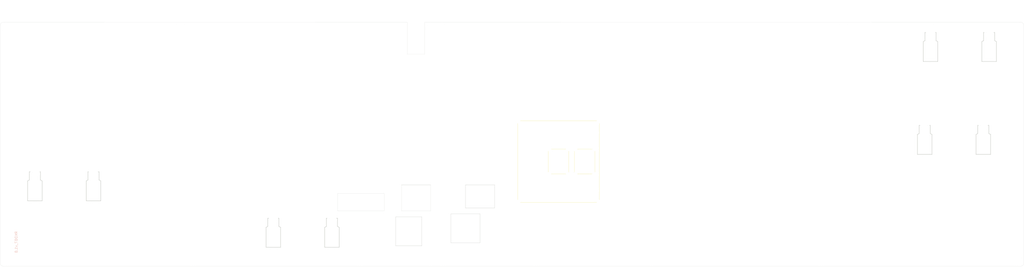
<source format=kicad_pcb>
(kicad_pcb (version 20241229) (generator "pcbnew") (generator_version "9.0")
  (layers (0 "F.Cu" signal) (2 "B.Cu" signal) (13 "F.Paste" user) (15 "B.Paste" user) (5 "F.SilkS" user "F.Silkscreen") (7 "B.SilkS" user "B.Silkscreen") (1 "F.Mask" user) (3 "B.Mask" user) (25 "Edge.Cuts" user))
  (net 0 "")
  (footprint "kbd_Hole:m2_Screw_Hole" (layer "F.Cu") (at 266.7 190.5)
    (property "Reference" "Ref**")
    (property "Value" "Val**")
    (pad "" np_thru_hole circle (at 0 0) (size 2.2 2.2) (drill 2.2) (layers "*.Cu" "*.Mask"))
  )
  (footprint "Rikkodo_FootPrint:rkd_SekiBall_ScrewHall" (layer "F.Cu") (at 239.315826 150.018876)
    (property "Reference" "REF**" (hide yes))
    (property "Value" "rkd_SekiBall_ScrewHall")
    (fp_line (start -4.2 -5.1) (end 4.2 -5.1) (stroke (width 0.1)) (layer "F.SilkS"))
    (fp_line (start -4.2 5.1) (end -4.2 -5.1) (stroke (width 0.1)) (layer "F.SilkS"))
    (fp_line (start -4.2 5.1) (end 4.2 5.1) (stroke (width 0.1)) (layer "F.SilkS"))
    (fp_line (start 4.2 -5.1) (end 4.2 5.1) (stroke (width 0.1)) (layer "F.SilkS"))
    (pad "" np_thru_hole oval (at -4.2 -5.1) (size 2.4 1.6) (drill oval 2.4 1.6) (layers "*.Cu" "*.Mask"))
    (pad "" np_thru_hole oval (at -4.2 5.1) (size 2.4 1.6) (drill oval 2.4 1.6) (layers "*.Cu" "*.Mask"))
    (pad "" np_thru_hole oval (at 4.2 -5.1) (size 2.4 1.6) (drill oval 2.4 1.6) (layers "*.Cu" "*.Mask"))
    (pad "" np_thru_hole oval (at 4.2 5.1) (size 2.4 1.6) (drill oval 2.4 1.6) (layers "*.Cu" "*.Mask"))
  )
  (footprint "kbd_Hole:m2_Screw_Hole" (layer "F.Cu") (at 180.975 173.83125)
    (property "Reference" "Ref**")
    (property "Value" "Val**")
    (pad "" np_thru_hole circle (at 0 0) (size 2.2 2.2) (drill 2.2) (layers "*.Cu" "*.Mask"))
  )
  (footprint "kbd_Hole:m2_Screw_Hole" (layer "F.Cu") (at 202.40642 154.78138)
    (property "Reference" "Ref**")
    (property "Value" "Val**")
    (pad "" np_thru_hole circle (at 0 0) (size 2.2 2.2) (drill 2.2) (layers "*.Cu" "*.Mask"))
  )
  (footprint "kbd_Hole:m2_Screw_Hole" (layer "F.Cu") (at 73.81875 95.25)
    (property "Reference" "Ref**")
    (property "Value" "Val**")
    (pad "" np_thru_hole circle (at 0 0) (size 2.2 2.2) (drill 2.2) (layers "*.Cu" "*.Mask"))
  )
  (footprint "kbd_Hole:m2_Screw_Hole" (layer "F.Cu") (at 176.2125 190.5)
    (property "Reference" "Ref**")
    (property "Value" "Val**")
    (pad "" np_thru_hole circle (at 0 0) (size 2.2 2.2) (drill 2.2) (layers "*.Cu" "*.Mask"))
  )
  (footprint "kbd_Hole:m2_Screw_Hole" (layer "F.Cu") (at 214.3125 116.681348)
    (property "Reference" "Ref**")
    (property "Value" "Val**")
    (pad "" np_thru_hole circle (at 0 0) (size 2.2 2.2) (drill 2.2) (layers "*.Cu" "*.Mask"))
  )
  (footprint "kbd_Hole:m2_Screw_Hole" (layer "F.Cu") (at 180.975 111.91875)
    (property "Reference" "Ref**")
    (property "Value" "Val**")
    (pad "" np_thru_hole circle (at 0 0) (size 2.2 2.2) (drill 2.2) (layers "*.Cu" "*.Mask"))
  )
  (footprint "kbd_Hole:m2_Screw_Hole" (layer "F.Cu") (at 180.975 169.06875)
    (property "Reference" "Ref**")
    (property "Value" "Val**")
    (pad "" np_thru_hole circle (at 0 0) (size 2.2 2.2) (drill 2.2) (layers "*.Cu" "*.Mask"))
  )
  (footprint "kbd_Hole:m2_Screw_Hole" (layer "F.Cu") (at 97.63125 152.4)
    (property "Reference" "M4")
    (property "Value" "Mark")
    (pad "" np_thru_hole circle (at 0 0) (size 2.2 2.2) (drill 2.2) (layers "*.Cu" "*.Mask"))
  )
  (footprint "kbd_Parts:Stab_2u_BL" (layer "F.Cu") (at 392.90658 104.775088 180)
    (property "Reference" "SW86" (hide yes))
    (property "Value" "SW_Push" (hide yes))
    (pad "" np_thru_hole circle (at -11.938 -6.985) (size 3.048 3.048) (drill 3.048) (layers "*.Cu" "*.Mask"))
    (pad "" np_thru_hole circle (at -11.938 8.255) (size 3.9878 3.9878) (drill 3.9878) (layers "*.Cu" "*.Mask"))
    (pad "" np_thru_hole circle (at 11.938 -6.985) (size 3.048 3.048) (drill 3.048) (layers "*.Cu" "*.Mask"))
    (pad "" np_thru_hole circle (at 11.938 8.255) (size 3.9878 3.9878) (drill 3.9878) (layers "*.Cu" "*.Mask"))
  )
  (footprint "kbd_Hole:m2_Screw_Hole" (layer "F.Cu") (at 416.71875 95.25)
    (property "Reference" "Ref**")
    (property "Value" "Val**")
    (pad "" np_thru_hole circle (at 0 0) (size 2.2 2.2) (drill 2.2) (layers "*.Cu" "*.Mask"))
  )
  (footprint "kbd_Hole:m2_Screw_Hole" (layer "F.Cu") (at 54.76875 133.35)
    (property "Reference" "M3")
    (property "Value" "Mark")
    (pad "" np_thru_hole circle (at 0 0) (size 2.2 2.2) (drill 2.2) (layers "*.Cu" "*.Mask"))
  )
  (footprint "kbd_Hole:m2_Screw_Hole" (layer "F.Cu") (at 219.075 190.5)
    (property "Reference" "Ref**")
    (property "Value" "Val**")
    (pad "" np_thru_hole circle (at 0 0) (size 2.2 2.2) (drill 2.2) (layers "*.Cu" "*.Mask"))
  )
  (footprint "kbd_Hole:m2_Screw_Hole" (layer "F.Cu") (at 2.38125 190.5)
    (property "Reference" "Ref**")
    (property "Value" "Val**")
    (pad "" np_thru_hole circle (at 0 0) (size 2.2 2.2) (drill 2.2) (layers "*.Cu" "*.Mask"))
  )
  (footprint "kbd_Hole:m2_Screw_Hole" (layer "F.Cu") (at 180.975 190.5)
    (property "Reference" "Ref**")
    (property "Value" "Val**")
    (pad "" np_thru_hole circle (at 0 0) (size 2.2 2.2) (drill 2.2) (layers "*.Cu" "*.Mask"))
  )
  (footprint "kbd_Hole:m2_Screw_Hole" (layer "F.Cu") (at 242.8875 116.68125)
    (property "Reference" "Ref**")
    (property "Value" "Val**")
    (pad "" np_thru_hole circle (at 0 0) (size 2.2 2.2) (drill 2.2) (layers "*.Cu" "*.Mask"))
  )
  (footprint "kbd_Hole:m2_Screw_Hole" (layer "F.Cu") (at 202.40625 130.96875)
    (property "Reference" "Ref**")
    (property "Value" "Val**")
    (pad "" np_thru_hole circle (at 0 0) (size 2.2 2.2) (drill 2.2) (layers "*.Cu" "*.Mask"))
  )
  (footprint "Rikkodo_FootPrint:rkd_Point_Screw_Hall" (layer "F.Cu") (at 239.315658 150.018748)
    (property "Reference" "M2" (hide yes))
    (property "Value" "Mark" (hide yes))
    (pad "" np_thru_hole circle (at -7.25 -12) (size 2.2 2.2) (drill 2.2) (layers "*.Cu" "*.Mask"))
    (pad "" np_thru_hole circle (at -7.25 12) (size 2.2 2.2) (drill 2.2) (layers "*.Cu" "*.Mask"))
    (pad "" np_thru_hole circle (at 7.25 -12) (size 2.2 2.2) (drill 2.2) (layers "*.Cu" "*.Mask"))
    (pad "" np_thru_hole circle (at 7.25 12) (size 2.2 2.2) (drill 2.2) (layers "*.Cu" "*.Mask"))
  )
  (footprint "" (layer "F.Cu") (at 410.76597 178.5939)
    (property "Reference" "" (at 0 0 0) (layer "F.SilkS") (effects (font (size 1.27 1.27))))
    (property "Value" "")
    (pad "" np_thru_hole circle (at 0 0) (size 8 8) (drill 8) (layers "*.Cu" "*.Mask"))
  )
  (footprint "kbd_Hole:m2_Screw_Hole" (layer "F.Cu") (at 78.58125 190.5)
    (property "Reference" "Ref**")
    (property "Value" "Val**")
    (pad "" np_thru_hole circle (at 0 0) (size 2.2 2.2) (drill 2.2) (layers "*.Cu" "*.Mask"))
  )
  (footprint "kbd_Hole:m2_Screw_Hole" (layer "F.Cu") (at 311.94375 152.4)
    (property "Reference" "M5")
    (property "Value" "Mark")
    (pad "" np_thru_hole circle (at 0 0) (size 2.2 2.2) (drill 2.2) (layers "*.Cu" "*.Mask"))
  )
  (footprint "kbd_Hole:m2_Screw_Hole" (layer "F.Cu") (at 250.03125 95.25)
    (property "Reference" "Ref**")
    (property "Value" "Val**")
    (pad "" np_thru_hole circle (at 0 0) (size 2.2 2.2) (drill 2.2) (layers "*.Cu" "*.Mask"))
  )
  (footprint "Rikkodo_FootPrint:rkd_picot5400_BTM" (layer "F.Cu") (at 228.600192 150.018876)
    (property "Reference" "Picot**" (hide yes))
    (property "Value" "rkd_picot5400_BTM" (hide yes))
    (fp_line (start -16.75 -16.75) (end -16.75 16.75) (stroke (width 0.1)) (layer "F.SilkS"))
    (fp_line (start -16.75 -16.75) (end 16.75 -16.75) (stroke (width 0.1)) (layer "F.SilkS"))
    (fp_line (start -16.75 16.75) (end 16.75 16.75) (stroke (width 0.1)) (layer "F.SilkS"))
    (fp_line (start 16.75 16.75) (end 16.75 -16.75) (stroke (width 0.1)) (layer "F.SilkS"))
    (pad "" np_thru_hole circle (at -16.75 -16.75) (size 2.2 2.2) (drill 2.2) (layers "*.Cu" "*.Mask"))
    (pad "" np_thru_hole circle (at -16.75 16.75) (size 2.2 2.2) (drill 2.2) (layers "*.Cu" "*.Mask"))
    (pad "" np_thru_hole circle (at 16.75 -16.75) (size 2.2 2.2) (drill 2.2) (layers "*.Cu" "*.Mask"))
    (pad "" np_thru_hole circle (at 16.75 16.75) (size 2.2 2.2) (drill 2.2) (layers "*.Cu" "*.Mask"))
  )
  (footprint "kbd_Hole:m2_Screw_Hole" (layer "F.Cu") (at 138.1125 95.25)
    (property "Reference" "Ref**")
    (property "Value" "Val**")
    (pad "" np_thru_hole circle (at 0 0) (size 2.2 2.2) (drill 2.2) (layers "*.Cu" "*.Mask"))
  )
  (footprint "Rikkodo_FootPrint:rkd_Bot_ChocV2_2u" (layer "F.Cu") (at 123.82505 180.975)
    (property "Reference" "SW25" (hide yes))
    (property "Value" "SW_Push" (hide yes))
    (fp_line (start -14.975 -3.975) (end -14.975 4.175) (stroke (width 0.2)) (layer "Edge.Cuts"))
    (fp_line (start -14.275 -7.725) (end -9.725 -7.725) (stroke (width 0.2)) (layer "Edge.Cuts"))
    (fp_line (start -14.275 -4.375) (end -14.975 -3.975) (stroke (width 0.2)) (layer "Edge.Cuts"))
    (fp_line (start -14.275 -4.375) (end -14.275 -7.725) (stroke (width 0.2)) (layer "Edge.Cuts"))
    (fp_line (start -9.725 -4.375) (end -9.725 -7.725) (stroke (width 0.2)) (layer "Edge.Cuts"))
    (fp_line (start -9.725 -4.375) (end -9.025 -3.975) (stroke (width 0.2)) (layer "Edge.Cuts"))
    (fp_line (start -9.025 -3.975) (end -9.025 4.175) (stroke (width 0.2)) (layer "Edge.Cuts"))
    (fp_line (start -9.025 4.175) (end -14.975 4.175) (stroke (width 0.2)) (layer "Edge.Cuts"))
    (fp_line (start 9.025 -3.975) (end 9.025 4.175) (stroke (width 0.2)) (layer "Edge.Cuts"))
    (fp_line (start 9.725 -7.725) (end 14.275 -7.725) (stroke (width 0.2)) (layer "Edge.Cuts"))
    (fp_line (start 9.725 -4.375) (end 9.025 -3.975) (stroke (width 0.2)) (layer "Edge.Cuts"))
    (fp_line (start 9.725 -4.375) (end 9.725 -7.725) (stroke (width 0.2)) (layer "Edge.Cuts"))
    (fp_line (start 14.275 -4.375) (end 14.275 -7.725) (stroke (width 0.2)) (layer "Edge.Cuts"))
    (fp_line (start 14.275 -4.375) (end 14.975 -3.975) (stroke (width 0.2)) (layer "Edge.Cuts"))
    (fp_line (start 14.975 -3.975) (end 14.975 4.175) (stroke (width 0.2)) (layer "Edge.Cuts"))
    (fp_line (start 14.975 4.175) (end 9.025 4.175) (stroke (width 0.2)) (layer "Edge.Cuts"))
  )
  (footprint "kbd_Hole:m2_Screw_Hole" (layer "F.Cu") (at 180.975 95.25)
    (property "Reference" "Ref**")
    (property "Value" "Val**")
    (pad "" np_thru_hole circle (at 0 0) (size 2.2 2.2) (drill 2.2) (layers "*.Cu" "*.Mask"))
  )
  (footprint "kbd_Hole:m2_Screw_Hole" (layer "F.Cu") (at 2.38125 95.25)
    (property "Reference" "Ref**")
    (property "Value" "Val**")
    (pad "" np_thru_hole circle (at 0 0) (size 2.2 2.2) (drill 2.2) (layers "*.Cu" "*.Mask"))
  )
  (footprint "Rikkodo_FootPrint:rkd_unified_wid_BTM" (layer "F.Cu") (at 209.550176 97.631332)
    (property "Reference" "UnifiedW**" (hide yes))
    (property "Value" "rkd_unified_wid_BTM" (hide yes))
    (pad "" np_thru_hole circle (at -16.5 0) (size 2.2 2.2) (drill 2.2) (layers "*.Cu" "*.Mask"))
    (pad "" np_thru_hole circle (at 16.5 0) (size 2.2 2.2) (drill 2.2) (layers "*.Cu" "*.Mask"))
  )
  (footprint "kbd_Hole:m2_Screw_Hole" (layer "F.Cu") (at 147.6375 190.5)
    (property "Reference" "Ref**")
    (property "Value" "Val**")
    (pad "" np_thru_hole circle (at 0 0) (size 2.2 2.2) (drill 2.2) (layers "*.Cu" "*.Mask"))
  )
  (footprint "kbd_Hole:m2_Screw_Hole" (layer "F.Cu") (at 335.75625 190.5)
    (property "Reference" "Ref**")
    (property "Value" "Val**")
    (pad "" np_thru_hole circle (at 0 0) (size 2.2 2.2) (drill 2.2) (layers "*.Cu" "*.Mask"))
  )
  (footprint "kbd_Hole:m2_Screw_Hole" (layer "F.Cu") (at 176.2125 95.25)
    (property "Reference" "Ref**")
    (property "Value" "Val**")
    (pad "" np_thru_hole circle (at 0 0) (size 2.2 2.2) (drill 2.2) (layers "*.Cu" "*.Mask"))
  )
  (footprint "kbd_Hole:m2_Screw_Hole" (layer "F.Cu") (at 288.13125 95.25)
    (property "Reference" "Ref**")
    (property "Value" "Val**")
    (pad "" np_thru_hole circle (at 0 0) (size 2.2 2.2) (drill 2.2) (layers "*.Cu" "*.Mask"))
  )
  (footprint "Rikkodo_FootPrint:rkd_Bot_ChocV2_2u" (layer "F.Cu") (at 26.19375 161.925)
    (property "Reference" "SW4" (hide yes))
    (property "Value" "SW_Push" (hide yes))
    (fp_line (start -14.975 -3.975) (end -14.975 4.175) (stroke (width 0.2)) (layer "Edge.Cuts"))
    (fp_line (start -14.275 -7.725) (end -9.725 -7.725) (stroke (width 0.2)) (layer "Edge.Cuts"))
    (fp_line (start -14.275 -4.375) (end -14.975 -3.975) (stroke (width 0.2)) (layer "Edge.Cuts"))
    (fp_line (start -14.275 -4.375) (end -14.275 -7.725) (stroke (width 0.2)) (layer "Edge.Cuts"))
    (fp_line (start -9.725 -4.375) (end -9.725 -7.725) (stroke (width 0.2)) (layer "Edge.Cuts"))
    (fp_line (start -9.725 -4.375) (end -9.025 -3.975) (stroke (width 0.2)) (layer "Edge.Cuts"))
    (fp_line (start -9.025 -3.975) (end -9.025 4.175) (stroke (width 0.2)) (layer "Edge.Cuts"))
    (fp_line (start -9.025 4.175) (end -14.975 4.175) (stroke (width 0.2)) (layer "Edge.Cuts"))
    (fp_line (start 9.025 -3.975) (end 9.025 4.175) (stroke (width 0.2)) (layer "Edge.Cuts"))
    (fp_line (start 9.725 -7.725) (end 14.275 -7.725) (stroke (width 0.2)) (layer "Edge.Cuts"))
    (fp_line (start 9.725 -4.375) (end 9.025 -3.975) (stroke (width 0.2)) (layer "Edge.Cuts"))
    (fp_line (start 9.725 -4.375) (end 9.725 -7.725) (stroke (width 0.2)) (layer "Edge.Cuts"))
    (fp_line (start 14.275 -4.375) (end 14.275 -7.725) (stroke (width 0.2)) (layer "Edge.Cuts"))
    (fp_line (start 14.275 -4.375) (end 14.975 -3.975) (stroke (width 0.2)) (layer "Edge.Cuts"))
    (fp_line (start 14.975 -3.975) (end 14.975 4.175) (stroke (width 0.2)) (layer "Edge.Cuts"))
    (fp_line (start 14.975 4.175) (end 9.025 4.175) (stroke (width 0.2)) (layer "Edge.Cuts"))
  )
  (footprint "kbd_Hole:m2_Screw_Hole" (layer "F.Cu") (at 180.975 116.68125)
    (property "Reference" "Ref**")
    (property "Value" "Val**")
    (pad "" np_thru_hole circle (at 0 0) (size 2.2 2.2) (drill 2.2) (layers "*.Cu" "*.Mask"))
  )
  (footprint "kbd_Hole:m2_Screw_Hole" (layer "F.Cu") (at 345.28125 95.25)
    (property "Reference" "Ref**")
    (property "Value" "Val**")
    (pad "" np_thru_hole circle (at 0 0) (size 2.2 2.2) (drill 2.2) (layers "*.Cu" "*.Mask"))
  )
  (footprint "kbd_Hole:m2_Screw_Hole" (layer "F.Cu") (at 209.55 169.06875)
    (property "Reference" "Ref**")
    (property "Value" "Val**")
    (pad "" np_thru_hole circle (at 0 0) (size 2.2 2.2) (drill 2.2) (layers "*.Cu" "*.Mask"))
  )
  (footprint "kbd_Parts:Stab_2u_BL" (layer "F.Cu") (at 390.525328 142.87512 180)
    (property "Reference" "SW86" (hide yes))
    (property "Value" "SW_Push" (hide yes))
    (pad "" np_thru_hole circle (at -11.938 -6.985) (size 3.048 3.048) (drill 3.048) (layers "*.Cu" "*.Mask"))
    (pad "" np_thru_hole circle (at -11.938 8.255) (size 3.9878 3.9878) (drill 3.9878) (layers "*.Cu" "*.Mask"))
    (pad "" np_thru_hole circle (at 11.938 -6.985) (size 3.048 3.048) (drill 3.048) (layers "*.Cu" "*.Mask"))
    (pad "" np_thru_hole circle (at 11.938 8.255) (size 3.9878 3.9878) (drill 3.9878) (layers "*.Cu" "*.Mask"))
  )
  (footprint "kbd_Hole:m2_Screw_Hole" (layer "F.Cu") (at 416.71875 190.5)
    (property "Reference" "Ref**")
    (property "Value" "Val**")
    (pad "" np_thru_hole circle (at 0 0) (size 2.2 2.2) (drill 2.2) (layers "*.Cu" "*.Mask"))
  )
  (footprint "kbd_Hole:m2_Screw_Hole" (layer "F.Cu") (at 247.65 169.06875)
    (property "Reference" "Ref**")
    (property "Value" "Val**")
    (pad "" np_thru_hole circle (at 0 0) (size 2.2 2.2) (drill 2.2) (layers "*.Cu" "*.Mask"))
  )
  (footprint "Rikkodo_FootPrint:rkd_Bot_ChocV2_2u" (layer "F.Cu") (at 390.52505 142.875)
    (property "Reference" "SW88" (hide yes))
    (property "Value" "SW_Push" (hide yes))
    (fp_line (start -14.975 -3.975) (end -14.975 4.175) (stroke (width 0.2)) (layer "Edge.Cuts"))
    (fp_line (start -14.275 -7.725) (end -9.725 -7.725) (stroke (width 0.2)) (layer "Edge.Cuts"))
    (fp_line (start -14.275 -4.375) (end -14.975 -3.975) (stroke (width 0.2)) (layer "Edge.Cuts"))
    (fp_line (start -14.275 -4.375) (end -14.275 -7.725) (stroke (width 0.2)) (layer "Edge.Cuts"))
    (fp_line (start -9.725 -4.375) (end -9.725 -7.725) (stroke (width 0.2)) (layer "Edge.Cuts"))
    (fp_line (start -9.725 -4.375) (end -9.025 -3.975) (stroke (width 0.2)) (layer "Edge.Cuts"))
    (fp_line (start -9.025 -3.975) (end -9.025 4.175) (stroke (width 0.2)) (layer "Edge.Cuts"))
    (fp_line (start -9.025 4.175) (end -14.975 4.175) (stroke (width 0.2)) (layer "Edge.Cuts"))
    (fp_line (start 9.025 -3.975) (end 9.025 4.175) (stroke (width 0.2)) (layer "Edge.Cuts"))
    (fp_line (start 9.725 -7.725) (end 14.275 -7.725) (stroke (width 0.2)) (layer "Edge.Cuts"))
    (fp_line (start 9.725 -4.375) (end 9.025 -3.975) (stroke (width 0.2)) (layer "Edge.Cuts"))
    (fp_line (start 9.725 -4.375) (end 9.725 -7.725) (stroke (width 0.2)) (layer "Edge.Cuts"))
    (fp_line (start 14.275 -4.375) (end 14.275 -7.725) (stroke (width 0.2)) (layer "Edge.Cuts"))
    (fp_line (start 14.275 -4.375) (end 14.975 -3.975) (stroke (width 0.2)) (layer "Edge.Cuts"))
    (fp_line (start 14.975 -3.975) (end 14.975 4.175) (stroke (width 0.2)) (layer "Edge.Cuts"))
    (fp_line (start 14.975 4.175) (end 9.025 4.175) (stroke (width 0.2)) (layer "Edge.Cuts"))
  )
  (footprint "Rikkodo_FootPrint:rkd_Bot_ChocV2_2u" (layer "F.Cu") (at 392.90625 104.775)
    (property "Reference" "SW86" (hide yes))
    (property "Value" "SW_Push" (hide yes))
    (fp_line (start -14.975 -3.975) (end -14.975 4.175) (stroke (width 0.2)) (layer "Edge.Cuts"))
    (fp_line (start -14.275 -7.725) (end -9.725 -7.725) (stroke (width 0.2)) (layer "Edge.Cuts"))
    (fp_line (start -14.275 -4.375) (end -14.975 -3.975) (stroke (width 0.2)) (layer "Edge.Cuts"))
    (fp_line (start -14.275 -4.375) (end -14.275 -7.725) (stroke (width 0.2)) (layer "Edge.Cuts"))
    (fp_line (start -9.725 -4.375) (end -9.725 -7.725) (stroke (width 0.2)) (layer "Edge.Cuts"))
    (fp_line (start -9.725 -4.375) (end -9.025 -3.975) (stroke (width 0.2)) (layer "Edge.Cuts"))
    (fp_line (start -9.025 -3.975) (end -9.025 4.175) (stroke (width 0.2)) (layer "Edge.Cuts"))
    (fp_line (start -9.025 4.175) (end -14.975 4.175) (stroke (width 0.2)) (layer "Edge.Cuts"))
    (fp_line (start 9.025 -3.975) (end 9.025 4.175) (stroke (width 0.2)) (layer "Edge.Cuts"))
    (fp_line (start 9.725 -7.725) (end 14.275 -7.725) (stroke (width 0.2)) (layer "Edge.Cuts"))
    (fp_line (start 9.725 -4.375) (end 9.025 -3.975) (stroke (width 0.2)) (layer "Edge.Cuts"))
    (fp_line (start 9.725 -4.375) (end 9.725 -7.725) (stroke (width 0.2)) (layer "Edge.Cuts"))
    (fp_line (start 14.275 -4.375) (end 14.275 -7.725) (stroke (width 0.2)) (layer "Edge.Cuts"))
    (fp_line (start 14.275 -4.375) (end 14.975 -3.975) (stroke (width 0.2)) (layer "Edge.Cuts"))
    (fp_line (start 14.975 -3.975) (end 14.975 4.175) (stroke (width 0.2)) (layer "Edge.Cuts"))
    (fp_line (start 14.975 4.175) (end 9.025 4.175) (stroke (width 0.2)) (layer "Edge.Cuts"))
  )
  (footprint "kbd_Parts:Stab_2u_BL" (layer "F.Cu") (at 26.193772 161.925136 180)
    (property "Reference" "SW86" (hide yes))
    (property "Value" "SW_Push" (hide yes))
    (pad "" np_thru_hole circle (at -11.938 -6.985) (size 3.048 3.048) (drill 3.048) (layers "*.Cu" "*.Mask"))
    (pad "" np_thru_hole circle (at -11.938 8.255) (size 3.9878 3.9878) (drill 3.9878) (layers "*.Cu" "*.Mask"))
    (pad "" np_thru_hole circle (at 11.938 -6.985) (size 3.048 3.048) (drill 3.048) (layers "*.Cu" "*.Mask"))
    (pad "" np_thru_hole circle (at 11.938 8.255) (size 3.9878 3.9878) (drill 3.9878) (layers "*.Cu" "*.Mask"))
  )
  (footprint "kbd_Parts:Stab_2u_BL" (layer "F.Cu") (at 123.825104 180.975152 180)
    (property "Reference" "SW86" (hide yes))
    (property "Value" "SW_Push" (hide yes))
    (pad "" np_thru_hole circle (at -11.938 -6.985) (size 3.048 3.048) (drill 3.048) (layers "*.Cu" "*.Mask"))
    (pad "" np_thru_hole circle (at -11.938 8.255) (size 3.9878 3.9878) (drill 3.9878) (layers "*.Cu" "*.Mask"))
    (pad "" np_thru_hole circle (at 11.938 -6.985) (size 3.048 3.048) (drill 3.048) (layers "*.Cu" "*.Mask"))
    (pad "" np_thru_hole circle (at 11.938 8.255) (size 3.9878 3.9878) (drill 3.9878) (layers "*.Cu" "*.Mask"))
  )
  (footprint "Rikkodo_FootPrint:rkd_SekiBall_ScrewHall" (layer "F.Cu") (at 228.599808 150.018624)
    (property "Reference" "REF**" (hide yes))
    (property "Value" "rkd_SekiBall_ScrewHall")
    (fp_line (start -4.2 -5.1) (end 4.2 -5.1) (stroke (width 0.1)) (layer "F.SilkS"))
    (fp_line (start -4.2 5.1) (end -4.2 -5.1) (stroke (width 0.1)) (layer "F.SilkS"))
    (fp_line (start -4.2 5.1) (end 4.2 5.1) (stroke (width 0.1)) (layer "F.SilkS"))
    (fp_line (start 4.2 -5.1) (end 4.2 5.1) (stroke (width 0.1)) (layer "F.SilkS"))
    (pad "" np_thru_hole oval (at -4.2 -5.1) (size 2.4 1.6) (drill oval 2.4 1.6) (layers "*.Cu" "*.Mask"))
    (pad "" np_thru_hole oval (at -4.2 5.1) (size 2.4 1.6) (drill oval 2.4 1.6) (layers "*.Cu" "*.Mask"))
    (pad "" np_thru_hole oval (at 4.2 -5.1) (size 2.4 1.6) (drill oval 2.4 1.6) (layers "*.Cu" "*.Mask"))
    (pad "" np_thru_hole oval (at 4.2 5.1) (size 2.4 1.6) (drill oval 2.4 1.6) (layers "*.Cu" "*.Mask"))
  )
  (footprint "kbd_Hole:m2_Screw_Hole" (layer "F.Cu") (at 345.28125 133.35)
    (property "Reference" "M6")
    (property "Value" "Mark")
    (pad "" np_thru_hole circle (at 0 0) (size 2.2 2.2) (drill 2.2) (layers "*.Cu" "*.Mask"))
  )
  (gr_line (start 172.64077 172.64059) (end 172.64077 184.54684) (stroke (width 0.1)) (layer "Edge.Cuts"))
  (gr_line (start 202.40625 159.543745) (end 190.5 159.543745) (stroke (width 0.1)) (layer "Edge.Cuts"))
  (gr_line (start 164.30625 170.259375) (end 176.2125 170.259375) (stroke (width 0.05)) (layer "Edge.Cuts"))
  (gr_line (start 1.190627 92.859355) (end 166.6875 92.86875) (stroke (width 0.05)) (layer "Edge.Cuts"))
  (gr_line (start 138.1125 163.115625) (end 138.1125 170.259375) (stroke (width 0.05)) (layer "Edge.Cuts"))
  (gr_line (start 196.45329 183.356245) (end 184.546875 183.356245) (stroke (width 0.1)) (layer "Edge.Cuts"))
  (gr_line (start 419.100075 191.690675) (end 419.100075 94.05) (stroke (width 0.05)) (layer "Edge.Cuts"))
  (gr_line (start 164.30625 159.543745) (end 164.30625 170.259375) (stroke (width 0.05)) (layer "Edge.Cuts"))
  (gr_line (start 202.40625 169.068745) (end 202.40625 159.543745) (stroke (width 0.1)) (layer "Edge.Cuts"))
  (gr_line (start 0 94.059375) (end 0.000135 191.690625) (stroke (width 0.05)) (layer "Edge.Cuts"))
  (gr_arc (start 1.19076 192.881115) (mid 0.348814 192.532421) (end 0.000135 191.69049) (stroke (width 0.05)) (layer "Edge.Cuts"))
  (gr_arc (start 417.9094 92.859375) (mid 418.75128 93.208098) (end 419.100025 94.05) (stroke (width 0.05)) (layer "Edge.Cuts"))
  (gr_arc (start 419.100075 191.690675) (mid 418.751333 192.532551) (end 417.90945 192.8813) (stroke (width 0.05)) (layer "Edge.Cuts"))
  (gr_line (start 1.190625 192.881115) (end 417.909375 192.88125) (stroke (width 0.05)) (layer "Edge.Cuts"))
  (gr_line (start 173.83125 92.86875) (end 417.9094 92.859375) (stroke (width 0.05)) (layer "Edge.Cuts"))
  (gr_line (start 166.6875 105.965625) (end 173.83125 105.965625) (stroke (width 0.05)) (layer "Edge.Cuts"))
  (gr_line (start 176.2125 159.543745) (end 164.30625 159.543745) (stroke (width 0.1)) (layer "Edge.Cuts"))
  (gr_line (start 157.1625 163.115625) (end 138.1125 163.115625) (stroke (width 0.05)) (layer "Edge.Cuts"))
  (gr_arc (start -0.000015 94.04998) (mid 0.348713 93.20809) (end 1.19061 92.859355) (stroke (width 0.05)) (layer "Edge.Cuts"))
  (gr_line (start 196.45329 171.449995) (end 184.546875 171.449995) (stroke (width 0.1)) (layer "Edge.Cuts"))
  (gr_line (start 190.5 169.068745) (end 202.40625 169.068745) (stroke (width 0.1)) (layer "Edge.Cuts"))
  (gr_line (start 176.2125 170.259375) (end 176.2125 159.543745) (stroke (width 0.05)) (layer "Edge.Cuts"))
  (gr_line (start 166.6875 92.86875) (end 166.6875 105.965625) (stroke (width 0.05)) (layer "Edge.Cuts"))
  (gr_line (start 161.924998 184.54684) (end 161.924998 172.64059) (stroke (width 0.1)) (layer "Edge.Cuts"))
  (gr_line (start 196.45329 171.449995) (end 196.45329 183.356245) (stroke (width 0.1)) (layer "Edge.Cuts"))
  (gr_line (start 173.83125 105.965625) (end 173.83125 92.86875) (stroke (width 0.05)) (layer "Edge.Cuts"))
  (gr_line (start 190.5 159.543745) (end 190.5 169.068745) (stroke (width 0.1)) (layer "Edge.Cuts"))
  (gr_line (start 172.64077 184.54684) (end 161.924998 184.54684) (stroke (width 0.1)) (layer "Edge.Cuts"))
  (gr_line (start 172.64077 172.64059) (end 161.924998 172.64059) (stroke (width 0.1)) (layer "Edge.Cuts"))
  (gr_line (start 157.1625 170.259375) (end 157.1625 163.115625) (stroke (width 0.05)) (layer "Edge.Cuts"))
  (gr_line (start 138.1125 170.259375) (end 157.1625 170.259375) (stroke (width 0.05)) (layer "Edge.Cuts"))
  (gr_line (start 184.546875 183.356245) (end 184.546875 171.449995) (stroke (width 0.1)) (layer "Edge.Cuts"))
  (gr_text "RKD07_v1.0" (at 7.14375 178.59375 90) (layer "B.SilkS") (effects (font (size 1 1) (thickness 0.1)) (justify left bottom mirror)))
)
</source>
